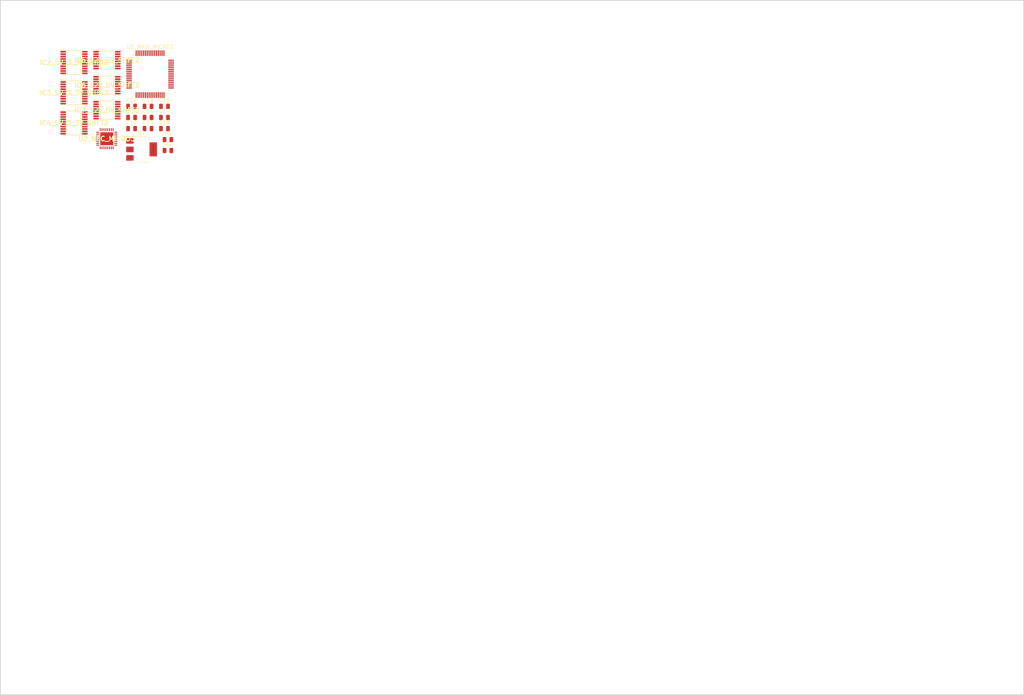
<source format=kicad_pcb>
(kicad_pcb (version 20221018) (generator pcbnew)
  (layers (0 "F.Cu" signal) (1 "In1.Cu" signal) (2 "In2.Cu" signal) (31 "B.Cu" signal) (34 "B.Paste" user) (35 "F.Paste" user) (36 "B.SilkS" user "B.Silkscreen") (37 "F.SilkS" user "F.Silkscreen") (38 "B.Mask" user) (39 "F.Mask" user) (44 "Edge.Cuts" user))
  (net 0 "")
  (net 1 "MICRO_CEL_IN_5V")
  (net 2 "MICRO_CEL_IN_3_3V")
  (net 3 "MICRO_3_3V")
  (net 4 "MICRO_CLTCH_SW_3_3V")
  (net 5 "MICRO_CC_ON_OFF_5V")
  (net 6 "MICRO_CC_RES_3_3V")
  (net 7 "MICRO_CC_SET_5V")
  (net 8 "MICRO_BLWR_MTR_3_3V")
  (net 9 "MICRO_R_DEF_5V")
  (net 10 "MICRO_HDL_SW_3_3V")
  (net 11 "MICRO_HDL_SW_5V")
  (net 12 "MICRO_R_DEF_3_3V")
  (net 13 "MICRO_BLWR_MTR_5V")
  (net 14 "MICRO_CC_SET_3_3V")
  (net 15 "MICRO_CC_RES_5V")
  (net 16 "MICRO_CC_ON_OFF_3_3V")
  (net 17 "MICRO_CLTCH_SW_5V")
  (net 18 "MICRO_CC_3_3V")
  (net 19 "MICRO_ELEC_LD_5V")
  (net 20 "MICRO_WB_IN_3_3V")
  (net 21 "MICRO_VEH_SPD_IN_5V")
  (net 22 "MICRO_VEH_SPD_IN_3_3V")
  (net 23 "MICRO_ELEC_LD_3_3V")
  (net 24 "MICRO_VEH_SPD_OUT_5V")
  (net 25 "MICRO_WB_OUT_3_3V")
  (net 26 "MICRO_ANTILG_SW_5V")
  (net 27 "MICRO_CEL_OUT_3_3V")
  (net 28 "MICRO_SEC_5V")
  (net 29 "MICRO_SEC_3_3V")
  (net 30 "MICRO_CEL_OUT_5V")
  (net 31 "MICRO_ANTILG_SW_3_3V")
  (net 32 "MICRO_VEH_SPD_OUT_3_3V")
  (net 33 "MICRO_MAP_SW_3_3V")
  (net 34 "MICRO_CEL_IN_12V")
  (net 35 "MICRO_CEL_OUT_12V")
  (net 36 "MICRO_ALTRNTR_3_3V")
  (net 37 "MICRO_GND")
  (net 38 "MICRO_5V")
  (net 45 "MICRO_WB_IN_5V")
  (net 46 "MICRO_MAP_SW_5V")
  (net 47 "MICRO_WB_OUT_5V")
  (net 48 "MICRO_CC_5V")
  (net 49 "MICRO_12V_IGN")
  (net 50 "MICRO_CLTCH_SW_12V")
  (net 51 "MICRO_CC_ON_OFF_12V")
  (net 52 "MICRO_CC_RES_12V")
  (net 54 "MICRO_CC_SET_12V")
  (net 55 "MICRO_BLWR_MTR_12V")
  (net 56 "MICRO_R_DEF_12V")
  (net 57 "MICRO_HDL_SW_12V")
  (net 59 "MICRO_ANTILG_SW_12V")
  (net 60 "MICRO_SEC_12V")
  (net 63 "/MICRO_ALTRNTR")
  (footprint "Capacitor_SMD:C_0805_2012Metric" (layer "F.Cu") (at 45.66 47.415)
    (fp_text reference "C12" (at 0 -1.68) (layer "F.SilkS"))
    (fp_text value "100nF")
    (fp_line (start -0.261252 -0.735) (end 0.261252 -0.735) (stroke (width 0.12)) (layer "F.SilkS"))
    (fp_line (start -0.261252 0.735) (end 0.261252 0.735) (stroke (width 0.12)) (layer "F.SilkS"))
    (pad "1" smd roundrect (at -0.95 0) (size 1 1.45) (layers "F.Cu" "F.Paste" "F.Mask") (net 37 "MICRO_GND"))
    (pad "2" smd roundrect (at 0.95 0) (size 1 1.45) (layers "F.Cu" "F.Paste" "F.Mask") (net 3 "MICRO_3_3V"))
  )
  (footprint "Resistor_SMD:R_0805_2012Metric" (layer "F.Cu") (at 55.49 53.345)
    (fp_text reference "R4" (at 0 -1.65) (layer "F.SilkS"))
    (fp_text value "100kOhm")
    (fp_line (start -0.227064 -0.735) (end 0.227064 -0.735) (stroke (width 0.12)) (layer "F.SilkS"))
    (fp_line (start -0.227064 0.735) (end 0.227064 0.735) (stroke (width 0.12)) (layer "F.SilkS"))
    (pad "1" smd roundrect (at -0.9125 0) (size 1.025 1.4) (layers "F.Cu" "F.Paste" "F.Mask") (roundrect_rratio 0.243902) (net 36 "MICRO_ALTRNTR_3_3V"))
    (pad "2" smd roundrect (at 0.9125 0) (size 1.025 1.4) (layers "F.Cu" "F.Paste" "F.Mask") (roundrect_rratio 0.243902) (net 37 "MICRO_GND"))
  )
  (footprint "ST_5V_3_3V_Shifter:SOP65P640X120-20N" (layer "F.Cu") (at 30.085 37.715)
    (fp_text reference "IC3_5V_3_3V_SHFT2" (at 0 0) (layer "F.SilkS") (effects (font (size 1.27 1.27) (thickness 0.254))))
    (fp_text value "ST2378ETTR" hide)
    (fp_line (start -3.675 -3.5) (end -2.195 -3.5) (stroke (width 0.2)) (layer "F.SilkS"))
    (fp_line (start -1.845 -3.25) (end 1.845 -3.25) (stroke (width 0.2)) (layer "F.SilkS"))
    (fp_line (start -1.845 3.25) (end -1.845 -3.25) (stroke (width 0.2)) (layer "F.SilkS"))
    (fp_line (start 1.845 -3.25) (end 1.845 3.25) (stroke (width 0.2)) (layer "F.SilkS"))
    (fp_line (start 1.845 3.25) (end -1.845 3.25) (stroke (width 0.2)) (layer "F.SilkS"))
    (pad "1" smd rect (at -2.935 -2.925 90) (size 0.45 1.48) (layers "F.Cu" "F.Paste" "F.Mask") (net 3 "MICRO_3_3V"))
    (pad "2" smd rect (at -2.935 -2.275 90) (size 0.45 1.48) (layers "F.Cu" "F.Paste" "F.Mask") (net 20 "MICRO_WB_IN_3_3V"))
    (pad "3" smd rect (at -2.935 -1.625 90) (size 0.45 1.48) (layers "F.Cu" "F.Paste" "F.Mask") (net 21 "MICRO_VEH_SPD_IN_5V"))
    (pad "4" smd rect (at -2.935 -0.975 90) (size 0.45 1.48) (layers "F.Cu" "F.Paste" "F.Mask"))
    (pad "5" smd rect (at -2.935 -0.325 90) (size 0.45 1.48) (layers "F.Cu" "F.Paste" "F.Mask") (net 38 "MICRO_5V"))
    (pad "6" smd rect (at -2.935 0.325 90) (size 0.45 1.48) (layers "F.Cu" "F.Paste" "F.Mask"))
    (pad "7" smd rect (at -2.935 0.975 90) (size 0.45 1.48) (layers "F.Cu" "F.Paste" "F.Mask") (net 38 "MICRO_5V"))
    (pad "8" smd rect (at -2.935 1.625 90) (size 0.45 1.48) (layers "F.Cu" "F.Paste" "F.Mask"))
    (pad "9" smd rect (at -2.935 2.275 90) (size 0.45 1.48) (layers "F.Cu" "F.Paste" "F.Mask") (net 38 "MICRO_5V"))
    (pad "10" smd rect (at -2.935 2.925 90) (size 0.45 1.48) (layers "F.Cu" "F.Paste" "F.Mask") (net 37 "MICRO_GND"))
    (pad "11" smd rect (at 2.935 2.925 90) (size 0.45 1.48) (layers "F.Cu" "F.Paste" "F.Mask") (net 3 "MICRO_3_3V"))
    (pad "12" smd rect (at 2.935 2.275 90) (size 0.45 1.48) (layers "F.Cu" "F.Paste" "F.Mask"))
    (pad "13" smd rect (at 2.935 1.625 90) (size 0.45 1.48) (layers "F.Cu" "F.Paste" "F.Mask") (net 38 "MICRO_5V"))
    (pad "14" smd rect (at 2.935 0.975 90) (size 0.45 1.48) (layers "F.Cu" "F.Paste" "F.Mask"))
    (pad "15" smd rect (at 2.935 0.325 90) (size 0.45 1.48) (layers "F.Cu" "F.Paste" "F.Mask") (net 38 "MICRO_5V"))
    (pad "16" smd rect (at 2.935 -0.325 90) (size 0.45 1.48) (layers "F.Cu" "F.Paste" "F.Mask"))
    (pad "17" smd rect (at 2.935 -0.975 90) (size 0.45 1.48) (layers "F.Cu" "F.Paste" "F.Mask") (net 38 "MICRO_5V"))
    (pad "18" smd rect (at 2.935 -1.625 90) (size 0.45 1.48) (layers "F.Cu" "F.Paste" "F.Mask") (net 22 "MICRO_VEH_SPD_IN_3_3V"))
    (pad "19" smd rect (at 2.935 -2.275 90) (size 0.45 1.48) (layers "F.Cu" "F.Paste" "F.Mask") (net 45 "MICRO_WB_IN_5V"))
    (pad "20" smd rect (at 2.935 -2.925 90) (size 0.45 1.48) (layers "F.Cu" "F.Paste" "F.Mask") (net 38 "MICRO_5V"))
  )
  (footprint "Capacitor_SMD:C_0805_2012Metric" (layer "F.Cu") (at 50.11 47.415)
    (fp_text reference "C15" (at 0 -1.68) (layer "F.SilkS"))
    (fp_text value "100nF")
    (fp_line (start -0.261252 -0.735) (end 0.261252 -0.735) (stroke (width 0.12)) (layer "F.SilkS"))
    (fp_line (start -0.261252 0.735) (end 0.261252 0.735) (stroke (width 0.12)) (layer "F.SilkS"))
    (pad "1" smd roundrect (at -0.95 0) (size 1 1.45) (layers "F.Cu" "F.Paste" "F.Mask") (net 37 "MICRO_GND"))
    (pad "2" smd roundrect (at 0.95 0) (size 1 1.45) (layers "F.Cu" "F.Paste" "F.Mask") (net 3 "MICRO_3_3V"))
  )
  (footprint "Capacitor_SMD:C_0805_2012Metric" (layer "F.Cu") (at 54.56 41.395)
    (fp_text reference "C16" (at 0 -1.68) (layer "F.SilkS"))
    (fp_text value "100nF")
    (fp_line (start -0.261252 -0.735) (end 0.261252 -0.735) (stroke (width 0.12)) (layer "F.SilkS"))
    (fp_line (start -0.261252 0.735) (end 0.261252 0.735) (stroke (width 0.12)) (layer "F.SilkS"))
    (pad "1" smd roundrect (at -0.95 0) (size 1 1.45) (layers "F.Cu" "F.Paste" "F.Mask") (net 37 "MICRO_GND"))
    (pad "2" smd roundrect (at 0.95 0) (size 1 1.45) (layers "F.Cu" "F.Paste" "F.Mask") (net 3 "MICRO_3_3V"))
  )
  (footprint "TI_12V_5V_Logic_Shifter:SOP65P640X120-16N" (layer "F.Cu") (at 38.985 28.89)
    (fp_text reference "IC5_12V_5V_SHFT2" (at 0 0) (layer "F.SilkS") (effects (font (size 1.27 1.27) (thickness 0.254))))
    (fp_text value "CD40109BPWR" hide)
    (fp_line (start -3.675 -2.85) (end -2.2 -2.85) (stroke (width 0.2)) (layer "F.SilkS"))
    (fp_line (start -1.85 -2.5) (end 1.85 -2.5) (stroke (width 0.2)) (layer "F.SilkS"))
    (fp_line (start -1.85 2.5) (end -1.85 -2.5) (stroke (width 0.2)) (layer "F.SilkS"))
    (fp_line (start 1.85 -2.5) (end 1.85 2.5) (stroke (width 0.2)) (layer "F.SilkS"))
    (fp_line (start 1.85 2.5) (end -1.85 2.5) (stroke (width 0.2)) (layer "F.SilkS"))
    (pad "1" smd rect (at -2.938 -2.275 90) (size 0.45 1.475) (layers "F.Cu" "F.Paste" "F.Mask") (net 49 "MICRO_12V_IGN"))
    (pad "2" smd rect (at -2.938 -1.625 90) (size 0.45 1.475) (layers "F.Cu" "F.Paste" "F.Mask") (net 49 "MICRO_12V_IGN"))
    (pad "3" smd rect (at -2.938 -0.975 90) (size 0.45 1.475) (layers "F.Cu" "F.Paste" "F.Mask") (net 50 "MICRO_CLTCH_SW_12V"))
    (pad "4" smd rect (at -2.938 -0.325 90) (size 0.45 1.475) (layers "F.Cu" "F.Paste" "F.Mask") (net 17 "MICRO_CLTCH_SW_5V"))
    (pad "5" smd rect (at -2.938 0.325 90) (size 0.45 1.475) (layers "F.Cu" "F.Paste" "F.Mask") (net 5 "MICRO_CC_ON_OFF_5V"))
    (pad "6" smd rect (at -2.938 0.975 90) (size 0.45 1.475) (layers "F.Cu" "F.Paste" "F.Mask") (net 51 "MICRO_CC_ON_OFF_12V"))
    (pad "7" smd rect (at -2.938 1.625 90) (size 0.45 1.475) (layers "F.Cu" "F.Paste" "F.Mask") (net 49 "MICRO_12V_IGN"))
    (pad "8" smd rect (at -2.938 2.275 90) (size 0.45 1.475) (layers "F.Cu" "F.Paste" "F.Mask") (net 37 "MICRO_GND"))
    (pad "9" smd rect (at 2.938 2.275 90) (size 0.45 1.475) (layers "F.Cu" "F.Paste" "F.Mask") (net 49 "MICRO_12V_IGN"))
    (pad "10" smd rect (at 2.938 1.625 90) (size 0.45 1.475) (layers "F.Cu" "F.Paste" "F.Mask") (net 52 "MICRO_CC_RES_12V"))
    (pad "11" smd rect (at 2.938 0.975 90) (size 0.45 1.475) (layers "F.Cu" "F.Paste" "F.Mask") (net 15 "MICRO_CC_RES_5V"))
    (pad "12" smd rect (at 2.938 0.325 90) (size 0.45 1.475) (layers "F.Cu" "F.Paste" "F.Mask"))
    (pad "13" smd rect (at 2.938 -0.325 90) (size 0.45 1.475) (layers "F.Cu" "F.Paste" "F.Mask") (net 7 "MICRO_CC_SET_5V"))
    (pad "14" smd rect (at 2.938 -0.975 90) (size 0.45 1.475) (layers "F.Cu" "F.Paste" "F.Mask") (net 54 "MICRO_CC_SET_12V"))
    (pad "15" smd rect (at 2.938 -1.625 90) (size 0.45 1.475) (layers "F.Cu" "F.Paste" "F.Mask") (net 49 "MICRO_12V_IGN"))
    (pad "16" smd rect (at 2.938 -2.275 90) (size 0.45 1.475) (layers "F.Cu" "F.Paste" "F.Mask") (net 38 "MICRO_5V"))
  )
  (footprint "Capacitor_SMD:C_0805_2012Metric" (layer "F.Cu") (at 50.11 44.405)
    (fp_text reference "C14" (at 0 -1.68) (layer "F.SilkS"))
    (fp_text value "100nF")
    (fp_line (start -0.261252 -0.735) (end 0.261252 -0.735) (stroke (width 0.12)) (layer "F.SilkS"))
    (fp_line (start -0.261252 0.735) (end 0.261252 0.735) (stroke (width 0.12)) (layer "F.SilkS"))
    (pad "1" smd roundrect (at -0.95 0) (size 1 1.45) (layers "F.Cu" "F.Paste" "F.Mask") (net 37 "MICRO_GND"))
    (pad "2" smd roundrect (at 0.95 0) (size 1 1.45) (layers "F.Cu" "F.Paste" "F.Mask") (net 3 "MICRO_3_3V"))
  )
  (footprint "TI_12V_5V_Logic_Shifter:SOP65P640X120-16N" (layer "F.Cu") (at 38.985 42.44)
    (fp_text reference "IC7_12V_5V_SHFT2" (at 0 0) (layer "F.SilkS") (effects (font (size 1.27 1.27) (thickness 0.254))))
    (fp_text value "CD40109BPWR" hide)
    (fp_line (start -3.675 -2.85) (end -2.2 -2.85) (stroke (width 0.2)) (layer "F.SilkS"))
    (fp_line (start -1.85 -2.5) (end 1.85 -2.5) (stroke (width 0.2)) (layer "F.SilkS"))
    (fp_line (start -1.85 2.5) (end -1.85 -2.5) (stroke (width 0.2)) (layer "F.SilkS"))
    (fp_line (start 1.85 -2.5) (end 1.85 2.5) (stroke (width 0.2)) (layer "F.SilkS"))
    (fp_line (start 1.85 2.5) (end -1.85 2.5) (stroke (width 0.2)) (layer "F.SilkS"))
    (pad "1" smd rect (at -2.938 -2.275 90) (size 0.45 1.475) (layers "F.Cu" "F.Paste" "F.Mask") (net 38 "MICRO_5V"))
    (pad "2" smd rect (at -2.938 -1.625 90) (size 0.45 1.475) (layers "F.Cu" "F.Paste" "F.Mask") (net 38 "MICRO_5V"))
    (pad "3" smd rect (at -2.938 -0.975 90) (size 0.45 1.475) (layers "F.Cu" "F.Paste" "F.Mask") (net 26 "MICRO_ANTILG_SW_5V"))
    (pad "4" smd rect (at -2.938 -0.325 90) (size 0.45 1.475) (layers "F.Cu" "F.Paste" "F.Mask") (net 59 "MICRO_ANTILG_SW_12V"))
    (pad "5" smd rect (at -2.938 0.325 90) (size 0.45 1.475) (layers "F.Cu" "F.Paste" "F.Mask") (net 35 "MICRO_CEL_OUT_12V"))
    (pad "6" smd rect (at -2.938 0.975 90) (size 0.45 1.475) (layers "F.Cu" "F.Paste" "F.Mask") (net 30 "MICRO_CEL_OUT_5V"))
    (pad "7" smd rect (at -2.938 1.625 90) (size 0.45 1.475) (layers "F.Cu" "F.Paste" "F.Mask") (net 38 "MICRO_5V"))
    (pad "8" smd rect (at -2.938 2.275 90) (size 0.45 1.475) (layers "F.Cu" "F.Paste" "F.Mask") (net 37 "MICRO_GND"))
    (pad "9" smd rect (at 2.938 2.275 90) (size 0.45 1.475) (layers "F.Cu" "F.Paste" "F.Mask") (net 38 "MICRO_5V"))
    (pad "10" smd rect (at 2.938 1.625 90) (size 0.45 1.475) (layers "F.Cu" "F.Paste" "F.Mask") (net 28 "MICRO_SEC_5V"))
    (pad "11" smd rect (at 2.938 0.975 90) (size 0.45 1.475) (layers "F.Cu" "F.Paste" "F.Mask") (net 60 "MICRO_SEC_12V"))
    (pad "12" smd rect (at 2.938 0.325 90) (size 0.45 1.475) (layers "F.Cu" "F.Paste" "F.Mask"))
    (pad "13" smd rect (at 2.938 -0.325 90) (size 0.45 1.475) (layers "F.Cu" "F.Paste" "F.Mask"))
    (pad "14" smd rect (at 2.938 -0.975 90) (size 0.45 1.475) (layers "F.Cu" "F.Paste" "F.Mask") (net 37 "MICRO_GND"))
    (pad "15" smd rect (at 2.938 -1.625 90) (size 0.45 1.475) (layers "F.Cu" "F.Paste" "F.Mask") (net 38 "MICRO_5V"))
    (pad "16" smd rect (at 2.938 -2.275 90) (size 0.45 1.475) (layers "F.Cu" "F.Paste" "F.Mask") (net 49 "MICRO_12V_IGN"))
  )
  (footprint "Capacitor_SMD:C_0805_2012Metric" (layer "F.Cu") (at 54.56 47.415)
    (fp_text reference "C18" (at 0 -1.68) (layer "F.SilkS"))
    (fp_text value "10nF")
    (fp_line (start -0.261252 -0.735) (end 0.261252 -0.735) (stroke (width 0.12)) (layer "F.SilkS"))
    (fp_line (start -0.261252 0.735) (end 0.261252 0.735) (stroke (width 0.12)) (layer "F.SilkS"))
    (pad "1" smd roundrect (at -0.95 0) (size 1 1.45) (layers "F.Cu" "F.Paste" "F.Mask") (net 37 "MICRO_GND"))
    (pad "2" smd roundrect (at 0.95 0) (size 1 1.45) (layers "F.Cu" "F.Paste" "F.Mask") (net 3 "MICRO_3_3V"))
  )
  (footprint "Capacitor_SMD:C_0805_2012Metric" (layer "F.Cu") (at 45.66 41.395)
    (fp_text reference "C10" (at 0 -1.68) (layer "F.SilkS"))
    (fp_text value "4.7uF")
    (fp_line (start -0.261252 -0.735) (end 0.261252 -0.735) (stroke (width 0.12)) (layer "F.SilkS"))
    (fp_line (start -0.261252 0.735) (end 0.261252 0.735) (stroke (width 0.12)) (layer "F.SilkS"))
    (pad "1" smd roundrect (at -0.95 0) (size 1 1.45) (layers "F.Cu" "F.Paste" "F.Mask") (net 37 "MICRO_GND"))
    (pad "2" smd roundrect (at 0.95 0) (size 1 1.45) (layers "F.Cu" "F.Paste" "F.Mask") (net 3 "MICRO_3_3V"))
  )
  (footprint "Capacitor_SMD:C_0805_2012Metric" (layer "F.Cu") (at 54.56 44.405)
    (fp_text reference "C17" (at 0 -1.68) (layer "F.SilkS"))
    (fp_text value "1uF")
    (fp_line (start -0.261252 -0.735) (end 0.261252 -0.735) (stroke (width 0.12)) (layer "F.SilkS"))
    (fp_line (start -0.261252 0.735) (end 0.261252 0.735) (stroke (width 0.12)) (layer "F.SilkS"))
    (pad "1" smd roundrect (at -0.95 0) (size 1 1.45) (layers "F.Cu" "F.Paste" "F.Mask") (net 37 "MICRO_GND"))
    (pad "2" smd roundrect (at 0.95 0) (size 1 1.45) (layers "F.Cu" "F.Paste" "F.Mask") (net 3 "MICRO_3_3V"))
  )
  (footprint "Package_TO_SOT_SMD:SOT-223-3_TabPin2" (layer "F.Cu") (at 48.36 53.045)
    (fp_text reference "U1" (at 0 -4.5) (layer "F.SilkS"))
    (fp_text value "LD1117S33TR_SOT223")
    (fp_line (start -4.1 -3.41) (end 1.91 -3.41) (stroke (width 0.12)) (layer "F.SilkS"))
    (fp_line (start -1.85 3.41) (end 1.91 3.41) (stroke (width 0.12)) (layer "F.SilkS"))
    (fp_line (start 1.91 -3.41) (end 1.91 -2.15) (stroke (width 0.12)) (layer "F.SilkS"))
    (fp_line (start 1.91 3.41) (end 1.91 2.15) (stroke (width 0.12)) (layer "F.SilkS"))
    (pad "1" smd rect (at -3.15 -2.3) (size 2 1.5) (layers "F.Cu" "F.Paste" "F.Mask") (net 37 "MICRO_GND"))
    (pad "2" smd rect (at -3.15 0) (size 2 1.5) (layers "F.Cu" "F.Paste" "F.Mask") (net 3 "MICRO_3_3V"))
    (pad "2" smd rect (at 3.15 0) (size 2 3.8) (layers "F.Cu" "F.Paste" "F.Mask") (net 3 "MICRO_3_3V"))
    (pad "3" smd rect (at -3.15 2.3) (size 2 1.5) (layers "F.Cu" "F.Paste" "F.Mask") (net 38 "MICRO_5V"))
  )
  (footprint "Package_QFP:LQFP-64_10x10mm_P0.5mm" (layer "F.Cu") (at 50.66 32.665)
    (fp_text reference "U1_MAIN_MICRO2" (at 0 -7.4) (layer "F.SilkS"))
    (fp_text value "STM32G483RETx")
    (fp_line (start -5.11 -5.11) (end -5.11 -4.16) (stroke (width 0.12)) (layer "F.SilkS"))
    (fp_line (start -5.11 -4.16) (end -6.45 -4.16) (stroke (width 0.12)) (layer "F.SilkS"))
    (fp_line (start -5.11 5.11) (end -5.11 4.16) (stroke (width 0.12)) (layer "F.SilkS"))
    (fp_line (start -4.16 -5.11) (end -5.11 -5.11) (stroke (width 0.12)) (layer "F.SilkS"))
    (fp_line (start -4.16 5.11) (end -5.11 5.11) (stroke (width 0.12)) (layer "F.SilkS"))
    (fp_line (start 4.16 -5.11) (end 5.11 -5.11) (stroke (width 0.12)) (layer "F.SilkS"))
    (fp_line (start 4.16 5.11) (end 5.11 5.11) (stroke (width 0.12)) (layer "F.SilkS"))
    (fp_line (start 5.11 -5.11) (end 5.11 -4.16) (stroke (width 0.12)) (layer "F.SilkS"))
    (fp_line (start 5.11 5.11) (end 5.11 4.16) (stroke (width 0.12)) (layer "F.SilkS"))
    (pad "1" smd roundrect (at -5.675 -3.75) (size 1.55 0.3) (layers "F.Cu" "F.Paste" "F.Mask") (net 3 "MICRO_3_3V"))
    (pad "2" smd roundrect (at -5.675 -3.25) (size 1.55 0.3) (layers "F.Cu" "F.Paste" "F.Mask"))
    (pad "3" smd roundrect (at -5.675 -2.75) (size 1.55 0.3) (layers "F.Cu" "F.Paste" "F.Mask"))
    (pad "4" smd roundrect (at -5.675 -2.25) (size 1.55 0.3) (layers "F.Cu" "F.Paste" "F.Mask"))
    (pad "5" smd roundrect (at -5.675 -1.75) (size 1.55 0.3) (layers "F.Cu" "F.Paste" "F.Mask"))
    (pad "6" smd roundrect (at -5.675 -1.25) (size 1.55 0.3) (layers "F.Cu" "F.Paste" "F.Mask"))
    (pad "7" smd roundrect (at -5.675 -0.75) (size 1.55 0.3) (layers "F.Cu" "F.Paste" "F.Mask"))
    (pad "8" smd roundrect (at -5.675 -0.25) (size 1.55 0.3) (layers "F.Cu" "F.Paste" "F.Mask"))
    (pad "9" smd roundrect (at -5.675 0.25) (size 1.55 0.3) (layers "F.Cu" "F.Paste" "F.Mask"))
    (pad "10" smd roundrect (at -5.675 0.75) (size 1.55 0.3) (layers "F.Cu" "F.Paste" "F.Mask"))
    (pad "11" smd roundrect (at -5.675 1.25) (size 1.55 0.3) (layers "F.Cu" "F.Paste" "F.Mask"))
    (pad "12" smd roundrect (at -5.675 1.75) (size 1.55 0.3) (layers "F.Cu" "F.Paste" "F.Mask"))
    (pad "13" smd roundrect (at -5.675 2.25) (size 1.55 0.3) (layers "F.Cu" "F.Paste" "F.Mask"))
    (pad "14" smd roundrect (at -5.675 2.75) (size 1.55 0.3) (layers "F.Cu" "F.Paste" "F.Mask"))
    (pad "15" smd roundrect (at -5.675 3.25) (size 1.55 0.3) (layers "F.Cu" "F.Paste" "F.Mask") (net 37 "MICRO_GND"))
    (pad "16" smd roundrect (at -5.675 3.75) (size 1.55 0.3) (layers "F.Cu" "F.Paste" "F.Mask") (net 3 "MICRO_3_3V"))
    (pad "17" smd roundrect (at -3.75 5.675) (size 0.3 1.55) (layers "F.Cu" "F.Paste" "F.Mask"))
    (pad "18" smd roundrect (at -3.25 5.675) (size 0.3 1.55) (layers "F.Cu" "F.Paste" "F.Mask"))
    (pad "19" smd roundrect (at -2.75 5.675) (size 0.3 1.55) (layers "F.Cu" "F.Paste" "F.Mask"))
    (pad "20" smd roundrect (at -2.25 5.675) (size 0.3 1.55) (layers "F.Cu" "F.Paste" "F.Mask"))
    (pad "21" smd roundrect (at -1.75 5.675) (size 0.3 1.55) (layers "F.Cu" "F.Paste" "F.Mask"))
    (pad "22" smd roundrect (at -1.25 5.675) (size 0.3 1.55) (layers "F.Cu" "F.Paste" "F.Mask"))
    (pad "23" smd roundrect (at -0.75 5.675) (size 0.3 1.55) (layers "F.Cu" "F.Paste" "F.Mask"))
    (pad "24" smd roundrect (at -0.25 5.675) (size 0.3 1.55) (layers "F.Cu" "F.Paste" "F.Mask"))
    (pad "25" smd roundrect (at 0.25 5.675) (size 0.3 1.55) (layers "F.Cu" "F.Paste" "F.Mask"))
    (pad "26" smd roundrect (at 0.75 5.675) (size 0.3 1.55) (layers "F.Cu" "F.Paste" "F.Mask"))
    (pad "27" smd roundrect (at 1.25 5.675) (size 0.3 1.55) (layers "F.Cu" "F.Paste" "F.Mask") (net 37 "MICRO_GND"))
    (pad "28" smd roundrect (at 1.75 5.675) (size 0.3 1.55) (layers "F.Cu" "F.Paste" "F.Mask") (net 3 "MICRO_3_3V"))
    (pad "29" smd roundrect (at 2.25 5.675) (size 0.3 1.55) (layers "F.Cu" "F.Paste" "F.Mask") (net 3 "MICRO_3_3V"))
    (pad "30" smd roundrect (at 2.75 5.675) (size 0.3 1.55) (layers "F.Cu" "F.Paste" "F.Mask"))
    (pad "31" smd roundrect (at 3.25 5.675) (size 0.3 1.55) (layers "F.Cu" "F.Paste" "F.Mask") (net 37 "MICRO_GND"))
    (pad "32" smd roundrect (at 3.75 5.675) (size 0.3 1.55) (layers "F.Cu" "F.Paste" "F.Mask") (net 3 "MICRO_3_3V"))
    (pad "33" smd roundrect (at 5.675 3.75) (size 1.55 0.3) (layers "F.Cu" "F.Paste" "F.Mask"))
    (pad "34" smd roundrect (at 5.675 3.25) (size 1.55 0.3) (layers "F.Cu" "F.Paste" "F.Mask"))
    (pad "35" smd roundrect (at 5.675 2.75) (size 1.55 0.3) (layers "F.Cu" "F.Paste" "F.Mask"))
    (pad "36" smd roundrect (at 5.675 2.25) (size 1.55 0.3) (layers "F.Cu" "F.Paste" "F.Mask"))
    (pad "37" smd roundrect (at 5.675 1.75) (size 1.55 0.3) (layers "F.Cu" "F.Paste" "F.Mask"))
    (pad "38" smd roundrect (at 5.675 1.25) (size 1.55 0.3) (layers "F.Cu" "F.Paste" "F.Mask"))
    (pad "39" smd roundrect (at 5.675 0.75) (size 1.55 0.3) (layers "F.Cu" "F.Paste" "F.Mask"))
    (pad "40" smd roundrect (at 5.675 0.25) (size 1.55 0.3) (layers "F.Cu" "F.Paste" "F.Mask"))
    (pad "41" smd roundrect (at 5.675 -0.25) (size 1.55 0.3) (layers "F.Cu" "F.Paste" "F.Mask"))
    (pad "42" smd roundrect (at 5.675 -0.75) (size 1.55 0.3) (layers "F.Cu" "F.Paste" "F.Mask"))
    (pad "43" smd roundrect (at 5.675 -1.25) (size 1.55 0.3) (layers "F.Cu" "F.Paste" "F.Mask"))
    (pad "44" smd roundrect (at 5.675 -1.75) (size 1.55 0.3) (layers "F.Cu" "F.Paste" "F.Mask"))
    (pad "45" smd roundrect (at 5.675 -2.25) (size 1.55 0.3) (layers "F.Cu" "F.Paste" "F.Mask"))
    (pad "46" smd roundrect (at 5.675 -2.75) (size 1.55 0.3) (layers "F.Cu" "F.Paste" "F.Mask"))
    (pad "47" smd roundrect (at 5.675 -3.25) (size 1.55 0.3) (layers "F.Cu" "F.Paste" "F.Mask") (net 37 "MICRO_GND"))
    (pad "48" smd roundrect (at 5.675 -3.75) (size 1.55 0.3) (layers "F.Cu" "F.Paste" "F.Mask") (net 3 "MICRO_3_3V"))
    (pad "49" smd roundrect (at 3.75 -5.675) (size 0.3 1.55) (layers "F.Cu" "F.Paste" "F.Mask"))
    (pad "50" smd roundrect (at 3.25 -5.675) (size 0.3 1.55) (layers "F.Cu" "F.Paste" "F.Mask"))
    (pad "51" smd roundrect (at 2.75 -5.675) (size 0.3 1.55) (layers "F.Cu" "F.Paste" "F.Mask"))
    (pad "52" smd roundrect (at 2.25 -5.675) (size 0.3 1.55) (layers "F.Cu" "F.Paste" "F.Mask"))
    (pad "53" smd roundrect (at 1.75 -5.675) (size 0.3 1.55) (layers "F.Cu" "F.Paste" "F.Mask"))
    (pad "54" smd roundrect (at 1.25 -5.675) (size 0.3 1.55) (layers "F.Cu" "F.Paste" "F.Mask"))
    (pad "55" smd roundrect (at 0.75 -5.675) (size 0.3 1.55) (layers "F.Cu" "F.Paste" "F.Mask"))
    (pad "56" smd roundrect (at 0.25 -5.675) (size 0.3 1.55) (layers "F.Cu" "F.Paste" "F.Mask"))
    (pad "57" smd roundrect (at -0.25 -5.675) (size 0.3 1.55) (layers "F.Cu" "F.Paste" "F.Mask"))
    (pad "58" smd roundrect (at -0.75 -5.675) (size 0.3 1.55) (layers "F.Cu" "F.Paste" "F.Mask"))
    (pad "59" smd roundrect (at -1.25 -5.675) (size 0.3 1.55) (layers "F.Cu" "F.Paste" "F.Mask"))
    (pad "60" smd roundrect (at -1.75 -5.675) (size 0.3 1.55) (layers "F.Cu" "F.Paste" "F.Mask"))
    (pad "61" smd roundrect (at -2.25 -5.675) (size 0.3 1.55) (layers "F.Cu" "F.Paste" "F.Mask"))
    (pad "62" smd roundrect (at -2.75 -5.675) (size 0.3 1.55) (layers "F.Cu" "F.Paste" "F.Mask"))
    (pad "63" smd roundrect (at -3.25 -5.675) (size 0.3 1.55) (layers "F.Cu" "F.Paste" "F.Mask") (net 37 "MICRO_GND"))
    (pad "64" smd roundrect (at -3.75 -5.675) (size 0.3 1.55) (layers "F.Cu" "F.Paste" "F.Mask") (net 3 "MICRO_3_3V"))
  )
  (footprint "Resistor_SMD:R_0805_2012Metric" (layer "F.Cu") (at 55.49 50.395)
    (fp_text reference "R3" (at 0 -1.65) (layer "F.SilkS"))
    (fp_text value "100kOhm")
    (fp_line (start -0.227064 -0.735) (end 0.227064 -0.735) (stroke (width 0.12)) (layer "F.SilkS"))
    (fp_line (start -0.227064 0.735) (end 0.227064 0.735) (stroke (width 0.12)) (layer "F.SilkS"))
    (pad "1" smd roundrect (at -0.9125 0) (size 1.025 1.4) (layers "F.Cu" "F.Paste" "F.Mask") (roundrect_rratio 0.243902) (net 63 "/MICRO_ALTRNTR"))
    (pad "2" smd roundrect (at 0.9125 0) (size 1.025 1.4) (layers "F.Cu" "F.Paste" "F.Mask") (roundrect_rratio 0.243902) (net 36 "MICRO_ALTRNTR_3_3V"))
  )
  (footprint "Capacitor_SMD:C_0805_2012Metric" (layer "F.Cu") (at 50.11 41.395)
    (fp_text reference "C13" (at 0 -1.68) (layer "F.SilkS"))
    (fp_text value "100nF")
    (fp_line (start -0.261252 -0.735) (end 0.261252 -0.735) (stroke (width 0.12)) (layer "F.SilkS"))
    (fp_line (start -0.261252 0.735) (end 0.261252 0.735) (stroke (width 0.12)) (layer "F.SilkS"))
    (pad "1" smd roundrect (at -0.95 0) (size 1 1.45) (layers "F.Cu" "F.Paste" "F.Mask") (net 37 "MICRO_GND"))
    (pad "2" smd roundrect (at 0.95 0) (size 1 1.45) (layers "F.Cu" "F.Paste" "F.Mask") (net 3 "MICRO_3_3V"))
  )
  (footprint "ST_5V_3_3V_Shifter:SOP65P640X120-20N" (layer "F.Cu") (at 30.085 45.89)
    (fp_text reference "IC4_5V_3_3V_SHFT2" (at 0 0) (layer "F.SilkS") (effects (font (size 1.27 1.27) (thickness 0.254))))
    (fp_text value "ST2378ETTR" hide)
    (fp_line (start -3.675 -3.5) (end -2.195 -3.5) (stroke (width 0.2)) (layer "F.SilkS"))
    (fp_line (start -1.845 -3.25) (end 1.845 -3.25) (stroke (width 0.2)) (layer "F.SilkS"))
    (fp_line (start -1.845 3.25) (end -1.845 -3.25) (stroke (width 0.2)) (layer "F.SilkS"))
    (fp_line (start 1.845 -3.25) (end 1.845 3.25) (stroke (width 0.2)) (layer "F.SilkS"))
    (fp_line (start 1.845 3.25) (end -1.845 3.25) (stroke (width 0.2)) (layer "F.SilkS"))
    (pad "1" smd rect (at -2.935 -2.925 90) (size 0.45 1.48) (layers "F.Cu" "F.Paste" "F.Mask") (net 3 "MICRO_3_3V"))
    (pad "2" smd rect (at -2.935 -2.275 90) (size 0.45 1.48) (layers "F.Cu" "F.Paste" "F.Mask") (net 18 "MICRO_CC_3_3V"))
    (pad "3" smd rect (at -2.935 -1.625 90) (size 0.45 1.48) (layers "F.Cu" "F.Paste" "F.Mask") (net 46 "MICRO_MAP_SW_5V"))
    (pad "4" smd rect (at -2.935 -0.975 90) (size 0.45 1.48) (layers "F.Cu" "F.Paste" "F.Mask") (net 23 "MICRO_ELEC_LD_3_3V"))
    (pad "5" smd rect (at -2.935 -0.325 90) (size 0.45 1.48) (layers "F.Cu" "F.Paste" "F.Mask") (net 24 "MICRO_VEH_SPD_OUT_5V"))
    (pad "6" smd rect (at -2.935 0.325 90) (size 0.45 1.48) (layers "F.Cu" "F.Paste" "F.Mask") (net 25 "MICRO_WB_OUT_3_3V"))
    (pad "7" smd rect (at -2.935 0.975 90) (size 0.45 1.48) (layers "F.Cu" "F.Paste" "F.Mask") (net 26 "MICRO_ANTILG_SW_5V"))
    (pad "8" smd rect (at -2.935 1.625 90) (size 0.45 1.48) (layers "F.Cu" "F.Paste" "F.Mask") (net 27 "MICRO_CEL_OUT_3_3V"))
    (pad "9" smd rect (at -2.935 2.275 90) (size 0.45 1.48) (layers "F.Cu" "F.Paste" "F.Mask") (net 28 "MICRO_SEC_5V"))
    (pad "10" smd rect (at -2.935 2.925 90) (size 0.45 1.48) (layers "F.Cu" "F.Paste" "F.Mask") (net 37 "MICRO_GND"))
    (pad "11" smd rect (at 2.935 2.925 90) (size 0.45 1.48) (layers "F.Cu" "F.Paste" "F.Mask") (net 3 "MICRO_3_3V"))
    (pad "12" smd rect (at 2.935 2.275 90) (size 0.45 1.48) (layers "F.Cu" "F.Paste" "F.Mask") (net 29 "MICRO_SEC_3_3V"))
    (pad "13" smd rect (at 2.935 1.625 90) (size 0.45 1.48) (layers "F.Cu" "F.Paste" "F.Mask") (net 30 "MICRO_CEL_OUT_5V"))
    (pad "14" smd rect (at 2.935 0.975 90) (size 0.45 1.48) (layers "F.Cu" "F.Paste" "F.Mask") (net 31 "MICRO_ANTILG_SW_3_3V"))
    (pad "15" smd rect (at 2.935 0.325 90) (size 0.45 1.48) (layers "F.Cu" "F.Paste" "F.Mask") (net 47 "MICRO_WB_OUT_5V"))
    (pad "16" smd rect (at 2.935 -0.325 90) (size 0.45 1.48) (layers "F.Cu" "F.Paste" "F.Mask") (net 32 "MICRO_VEH_SPD_OUT_3_3V"))
    (pad "17" smd rect (at 2.935 -0.975 90) (size 0.45 1.48) (layers "F.Cu" "F.Paste" "F.Mask") (net 19 "MICRO_ELEC_LD_5V"))
    (pad "18" smd rect (at 2.935 -1.625 90) (size 0.45 1.48) (layers "F.Cu" "F.Paste" "F.Mask") (net 33 "MICRO_MAP_SW_3_3V"))
    (pad "19" smd rect (at 2.935 -2.275 90) (size 0.45 1.48) (layers "F.Cu" "F.Paste" "F.Mask") (net 48 "MICRO_CC_5V"))
    (pad "20" smd rect (at 2.935 -2.925 90) (size 0.45 1.48) (layers "F.Cu" "F.Paste" "F.Mask") (net 38 "MICRO_5V"))
  )
  (footprint "ST_NFC_Micro:ST25R3920BAQWT" (layer "F.Cu") (at 38.935 50.16)
    (fp_text reference "U2_NFC_MICRO3" (at 0 0) (layer "F.SilkS") (effects (font (size 1.27 1.27) (thickness 0.254))))
    (fp_text value "ST25R3920B-AQWT" hide)
    (fp_line (start -3.3 -1.75) (end -3.3 -1.75) (stroke (width 0.1)) (layer "F.SilkS"))
    (fp_line (start -3.2 -1.75) (end -3.2 -1.75) (stroke (width 0.1)) (layer "F.SilkS"))
    (fp_arc (start -3.3 -1.75) (mid -3.25 -1.8) (end -3.2 -1.75) (stroke (width 0.1)) (layer "F.SilkS"))
    (fp_arc (start -3.2 -1.75) (mid -3.25 -1.7) (end -3.3 -1.75) (stroke (width 0.1)) (layer "F.SilkS"))
    (pad "1" smd rect (at -2.45 -1.75 90) (size 0.25 0.8) (layers "F.Cu" "F.Paste" "F.Mask"))
    (pad "2" smd rect (at -2.45 -1.25 90) (size 0.25 0.8) (layers "F.Cu" "F.Paste" "F.Mask"))
    (pad "3" smd rect (at -2.45 -0.75 90) (size 0.25 0.8) (layers "F.Cu" "F.Paste" "F.Mask"))
    (pad "4" smd rect (at -2.45 -0.25 90) (size 0.25 0.8) (layers "F.Cu" "F.Paste" "F.Mask"))
    (pad "5" smd rect (at -2.45 0.25 90) (size 0.25 0.8) (layers "F.Cu" "F.Paste" "F.Mask"))
    (pad "6" smd rect (at -2.45 0.75 90) (size 0.25 0.8) (layers "F.Cu" "F.Paste" "F.Mask"))
    (pad "7" smd rect (at -2.45 1.25 90) (size 0.25 0.8) (layers "F.Cu" "F.Paste" "F.Mask"))
    (pad "8" smd rect (at -2.45 1.75 90) (size 0.25 0.8) (layers "F.Cu" "F.Paste" "F.Mask"))
    (pad "9" smd rect (at -1.75 2.45) (size 0.25 0.8) (layers "F.Cu" "F.Paste" "F.Mask"))
    (pad "10" smd rect (at -1.25 2.45) (size 0.25 0.8) (layers "F.Cu" "F.Paste" "F.Mask"))
    (pad "11" smd rect (at -0.75 2.45) (size 0.25 0.8) (layers "F.Cu" "F.Paste" "F.Mask"))
    (pad "12" smd rect (at -0.25 2.45) (size 0.25 0.8) (layers "F.Cu" "F.Paste" "F.Mask"))
    (pad "13" smd rect (at 0.25 2.45) (size 0.25 0.8) (layers "F.Cu" "F.Paste" "F.Mask"))
    (pad "14" smd rect (at 0.75 2.45) (size 0.25 0.8) (layers "F.Cu" "F.Paste" "F.Mask"))
    (pad "15" smd rect (at 1.25 2.45) (size 0.25 0.8) (layers "F.Cu" "F.Paste" "F.Mask"))
    (pad "16" smd rect (at 1.75 2.45) (size 0.25 0.8) (layers "F.Cu" "F.Paste" "F.Mask"))
    (pad "17" smd rect (at 2.45 1.75 90) (size 0.25 0.8) (layers "F.Cu" "F.Paste" "F.Mask"))
    (pad "18" smd rect (at 2.45 1.25 90) (size 0.25 0.8) (layers "F.Cu" "F.Paste" "F.Mask"))
    (pad "19" smd rect (at 2.45 0.75 90) (size 0.25 0.8) (layers "F.Cu" "F.Paste" "F.Mask"))
    (pad "20" smd rect (at 2.45 0.25 90) (size 0.25 0.8) (layers "F.Cu" "F.Paste" "F.Mask"))
    (pad "21" smd rect (at 2.45 -0.25 90) (size 0.25 0.8) (layers "F.Cu" "F.Paste" "F.Mask"))
    (pad "22" smd rect (at 2.45 -0.75 90) (size 0.25 0.8) (layers "F.Cu" "F.Paste" "F.Mask"))
    (pad "23" smd rect (at 2.45 -1.25 90) (size 0.25 0.8) (layers "F.Cu" "F.Paste" "F.Mask"))
    (pad "24" smd rect (at 2.45 -1.75 90) (size 0.25 0.8) (layers "F.Cu" "F.Paste" "F.Mask"))
    (pad "25" smd rect (at 1.75 -2.45) (size 0.25 0.8) (layers "F.Cu" "F.Paste" "F.Mask"))
    (pad "26" smd rect (at 1.25 -2.45) (size 0.25 0.8) (layers "F.Cu" "F.Paste" "F.Mask"))
    (pad "27" smd rect (at 0.75 -2.45) (size 0.25 0.8) (layers "F.Cu" "F.Paste" "F.Mask"))
    (pad "28" smd rect (at 0.25 -2.45) (size 0.25 0.8) (layers "F.Cu" "F.Paste" "F.Mask"))
    (pad "29" smd rect (at -0.25 -2.45) (size 0.25 0.8) (layers "F.Cu" "F.Paste" "F.Mask"))
    (pad "30" smd rect (at -0.75 -2.45) (size 0.25 0.8) (layers "F.Cu" "F.Paste" "F.Mask"))
    (pad "31" smd rect (at -1.25 -2.45) (size 0.25 0.8) (layers "F.Cu" "F.Paste" "F.Mask"))
    (pad "32" smd rect (at -1.75 -2.45) (size 0.25 0.8) (layers "F.Cu" "F.Paste" "F.Mask"))
    (pad "33" smd rect (at 0 0 90) (size 3.5 3.5) (layers "F.Cu" "F.Paste" "F.Mask"))
  )
  (footprint "ST_5V_3_3V_Shifter:SOP65P640X120-20N" (layer "F.Cu") (at 30.085 29.54)
    (fp_text reference "IC2_5V_3_3V_SHFT2" (at 0 0) (layer "F.SilkS") (effects (font (size 1.27 1.27) (thickness 0.254))))
    (fp_text value "ST2378ETTR" hide)
    (fp_line (start -3.675 -3.5) (end -2.195 -3.5) (stroke (width 0.2)) (layer "F.SilkS"))
    (fp_line (start -1.845 -3.25) (end 1.845 -3.25) (stroke (width 0.2)) (layer "F.SilkS"))
    (fp_line (start -1.845 3.25) (end -1.845 -3.25) (stroke (width 0.2)) (layer "F.SilkS"))
    (fp_line (start 1.845 -3.25) (end 1.845 3.25) (stroke (width 0.2)) (layer "F.SilkS"))
    (fp_line (start 1.845 3.25) (end -1.845 3.25) (stroke (width 0.2)) (layer "F.SilkS"))
    (pad "1" smd rect (at -2.935 -2.925 90) (size 0.45 1.48) (layers "F.Cu" "F.Paste" "F.Mask") (net 3 "MICRO_3_3V"))
    (pad "2" smd rect (at -2.935 -2.275 90) (size 0.45 1.48) (layers "F.Cu" "F.Paste" "F.Mask") (net 4 "MICRO_CLTCH_SW_3_3V"))
    (pad "3" smd rect (at -2.935 -1.625 90) (size 0.45 1.48) (layers "F.Cu" "F.Paste" "F.Mask") (net 5 "MICRO_CC_ON_OFF_5V"))
    (pad "4" smd rect (at -2.935 -0.975 90) (size 0.45 1.48) (layers "F.Cu" "F.Paste" "F.Mask") (net 6 "MICRO_CC_RES_3_3V"))
    (pad "5" smd rect (at -2.935 -0.325 90) (size 0.45 1.48) (layers "F.Cu" "F.Paste" "F.Mask") (net 7 "MICRO_CC_SET_5V"))
    (pad "6" smd rect (at -2.935 0.325 90) (size 0.45 1.48) (layers "F.Cu" "F.Paste" "F.Mask") (net 8 "MICRO_BLWR_MTR_3_3V"))
    (pad "7" smd rect (at -2.935 0.975 90) (size 0.45 1.48) (layers "F.Cu" "F.Paste" "F.Mask") (net 9 "MICRO_R_DEF_5V"))
    (pad "8" smd rect (at -2.935 1.625 90) (size 0.45 1.48) (layers "F.Cu" "F.Paste" "F.Mask") (net 10 "MICRO_HDL_SW_3_3V"))
    (pad "9" smd rect (at -2.935 2.275 90) (size 0.45 1.48) (layers "F.Cu" "F.Paste" "F.Mask") (net 1 "MICRO_CEL_IN_5V"))
    (pad "10" smd rect (at -2.935 2.925 90) (size 0.45 1.48) (layers "F.Cu" "F.Paste" "F.Mask") (net 37 "MICRO_GND"))
    (pad "11" smd rect (at 2.935 2.925 90) (size 0.45 1.48) (layers "F.Cu" "F.Paste" "F.Mask") (net 3 "MICRO_3_3V"))
    (pad "12" smd rect (at 2.935 2.275 90) (size 0.45 1.48) (layers "F.Cu" "F.Paste" "F.Mask") (net 2 "MICRO_CEL_IN_3_3V"))
    (pad "13" smd rect (at 2.935 1.625 90) (size 0.45 1.48) (layers "F.Cu" "F.Paste" "F.Mask") (net 11 "MICRO_HDL_SW_5V"))
    (pad "14" smd rect (at 2.935 0.975 90) (size 0.45 1.48) (layers "F.Cu" "F.Paste" "F.Mask") (net 12 "MICRO_R_DEF_3_3V"))
    (pad "15" smd rect (at 2.935 0.325 90) (size 0.45 1.48) (layers "F.Cu" "F.Paste" "F.Mask") (net 13 "MICRO_BLWR_MTR_5V"))
    (pad "16" smd rect (at 2.935 -0.325 90) (size 0.45 1.48) (layers "F.Cu" "F.Paste" "F.Mask") (net 14 "MICRO_CC_SET_3_3V"))
    (pad "17" smd rect (at 2.935 -0.975 90) (size 0.45 1.48) (layers "F.Cu" "F.Paste" "F.Mask") (net 15 "MICRO_CC_RES_5V"))
    (pad "18" smd rect (at 2.935 -1.625 90) (size 0.45 1.48) (layers "F.Cu" "F.Paste" "F.Mask") (net 16 "MICRO_CC_ON_OFF_3_3V"))
    (pad "19" smd rect (at 2.935 -2.275 90) (size 0.45 1.48) (layers "F.Cu" "F.Paste" "F.Mask") (net 17 "MICRO_CLTCH_SW_5V"))
    (pad "20" smd rect (at 2.935 -2.925 90) (size 0.45 1.48) (layers "F.Cu" "F.Paste" "F.Mask") (net 38 "MICRO_5V"))
  )
  (footprint "TI_12V_5V_Logic_Shifter:SOP65P640X120-16N" (layer "F.Cu") (at 38.985 35.665)
    (fp_text reference "IC6_12V_5V_SHFT2" (at 0 0) (layer "F.SilkS") (effects (font (size 1.27 1.27) (thickness 0.254))))
    (fp_text value "CD40109BPWR" hide)
    (fp_line (start -3.675 -2.85) (end -2.2 -2.85) (stroke (width 0.2)) (layer "F.SilkS"))
    (fp_line (start -1.85 -2.5) (end 1.85 -2.5) (stroke (width 0.2)) (layer "F.SilkS"))
    (fp_line (start -1.85 2.5) (end -1.85 -2.5) (stroke (width 0.2)) (layer "F.SilkS"))
    (fp_line (start 1.85 -2.5) (end 1.85 2.5) (stroke (width 0.2)) (layer "F.SilkS"))
    (fp_line (start 1.85 2.5) (end -1.85 2.5) (stroke (width 0.2)) (layer "F.SilkS"))
    (pad "1" smd rect (at -2.938 -2.275 90) (size 0.45 1.475) (layers "F.Cu" "F.Paste" "F.Mask") (net 49 "MICRO_12V_IGN"))
    (pad "2" smd rect (at -2.938 -1.625 90) (size 0.45 1.475) (layers "F.Cu" "F.Paste" "F.Mask") (net 49 "MICRO_12V_IGN"))
    (pad "3" smd rect (at -2.938 -0.975 90) (size 0.45 1.475) (layers "F.Cu" "F.Paste" "F.Mask") (net 55 "MICRO_BLWR_MTR_12V"))
    (pad "4" smd rect (at -2.938 -0.325 90) (size 0.45 1.475) (layers "F.Cu" "F.Paste" "F.Mask") (net 13 "MICRO_BLWR_MTR_5V"))
    (pad "5" smd rect (at -2.938 0.325 90) (size 0.45 1.475) (layers "F.Cu" "F.Paste" "F.Mask") (net 9 "MICRO_R_DEF_5V"))
    (pad "6" smd rect (at -2.938 0.975 90) (size 0.45 1.475) (layers "F.Cu" "F.Paste" "F.Mask") (net 56 "MICRO_R_DEF_12V"))
    (pad "7" smd rect (at -2.938 1.625 90) (size 0.45 1.475) (layers "F.Cu" "F.Paste" "F.Mask") (net 49 "MICRO_12V_IGN"))
    (pad "8" smd rect (at -2.938 2.275 90) (size 0.45 1.475) (layers "F.Cu" "F.Paste" "F.Mask") (net 37 "MICRO_GND"))
    (pad "9" smd rect (at 2.938 2.275 90) (size 0.45 1.475) (layers "F.Cu" "F.Paste" "F.Mask") (net 49 "MICRO_12V_IGN"))
    (pad "10" smd rect (at 2.938 1.625 90) (size 0.45 1.475) (layers "F.Cu" "F.Paste" "F.Mask") (net 57 "MICRO_HDL_SW_12V"))
    (pad "11" smd rect (at 2.938 0.975 90) (size 0.45 1.475) (layers "F.Cu" "F.Paste" "F.Mask") (net 11 "MICRO_HDL_SW_5V"))
    (pad "12" smd rect (at 2.938 0.325 90) (size 0.45 1.475) (layers "F.Cu" "F.Paste" "F.Mask"))
    (pad "13" smd rect (at 2.938 -0.325 90) (size 0.45 1.475) (layers "F.Cu" "F.Paste" "F.Mask") (net 1 "MICRO_CEL_IN_5V"))
    (pad "14" smd rect (at 2.938 -0.975 90) (size 0.45 1.475) (layers "F.Cu" "F.Paste" "F.Mask") (net 34 "MICRO_CEL_IN_12V"))
    (pad "15" smd rect (at 2.938 -1.625 90) (size 0.45 1.475) (layers "F.Cu" "F.Paste" "F.Mask") (net 49 "MICRO_12V_IGN"))
    (pad "16" smd rect (at 2.938 -2.275 90) (size 0.45 1.475) (layers "F.Cu" "F.Paste" "F.Mask") (net 38 "MICRO_5V"))
  )
  (footprint "Capacitor_SMD:C_0805_2012Metric" (layer "F.Cu") (at 45.66 44.405)
    (fp_text reference "C11" (at 0 -1.68) (layer "F.SilkS"))
    (fp_text value "1uF")
    (fp_line (start -0.261252 -0.735) (end 0.261252 -0.735) (stroke (width 0.12)) (layer "F.SilkS"))
    (fp_line (start -0.261252 0.735) (end 0.261252 0.735) (stroke (width 0.12)) (layer "F.SilkS"))
    (pad "1" smd roundrect (at -0.95 0) (size 1 1.45) (layers "F.Cu" "F.Paste" "F.Mask") (net 37 "MICRO_GND"))
    (pad "2" smd roundrect (at 0.95 0) (size 1 1.45) (layers "F.Cu" "F.Paste" "F.Mask") (net 3 "MICRO_3_3V"))
  )
  (gr_rect (start 10.16 12.7) (end 287.02 200.66) (stroke (width 0.2)) (fill none) (layer "Edge.Cuts"))
)
</source>
